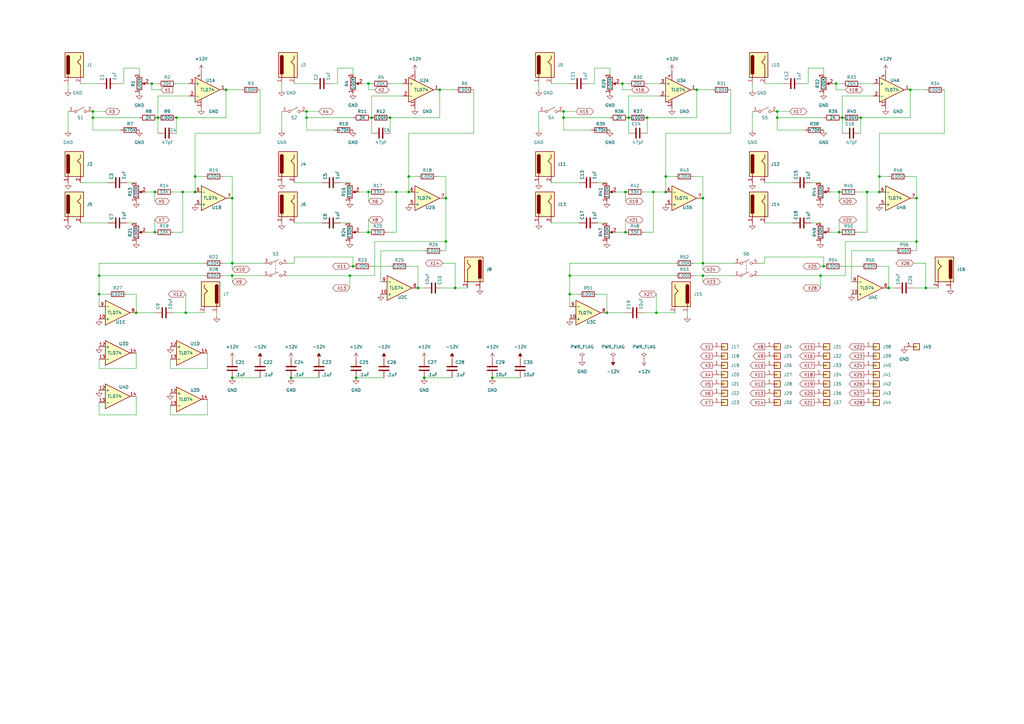
<source format=kicad_sch>
(kicad_sch (version 20211123) (generator eeschema)
  (paper "A3")
  (junction (at 355.6 78.74))
  (junction (at 95.25 81.28))
  (junction (at 360.68 78.74))
  (junction (at 345.44 48.26))
  (junction (at 344.17 78.74))
  (junction (at 288.29 107.95))
  (junction (at 63.5 78.74))
  (junction (at 231.14 48.26))
  (junction (at 119.38 154.94))
  (junction (at 162.56 78.74))
  (junction (at 288.29 113.03))
  (junction (at 353.06 48.26))
  (junction (at 336.55 113.03))
  (junction (at 143.51 113.03))
  (junction (at 80.01 72.39))
  (junction (at 152.4 48.26))
  (junction (at 72.39 48.26))
  (junction (at 95.25 154.94))
  (junction (at 180.34 36.83))
  (junction (at 146.05 154.94))
  (junction (at 342.9 34.29))
  (junction (at 255.27 34.29))
  (junction (at 375.92 81.28))
  (junction (at 74.93 78.74))
  (junction (at 364.49 118.11))
  (junction (at 40.64 113.03))
  (junction (at 167.64 78.74))
  (junction (at 360.68 72.39))
  (junction (at 337.82 109.22))
  (junction (at 182.88 81.28))
  (junction (at 318.77 45.72))
  (junction (at 92.71 36.83))
  (junction (at 38.1 45.72))
  (junction (at 151.13 95.25))
  (junction (at 64.77 48.26))
  (junction (at 201.93 154.94))
  (junction (at 344.17 95.25))
  (junction (at 231.14 45.72))
  (junction (at 233.68 120.65))
  (junction (at 257.81 48.26))
  (junction (at 151.13 78.74))
  (junction (at 125.73 48.26))
  (junction (at 173.99 154.94))
  (junction (at 38.1 48.26))
  (junction (at 151.13 34.29))
  (junction (at 267.97 78.74))
  (junction (at 62.23 34.29))
  (junction (at 269.24 128.27))
  (junction (at 63.5 95.25))
  (junction (at 373.38 36.83))
  (junction (at 379.73 118.11))
  (junction (at 167.64 72.39))
  (junction (at 256.54 78.74))
  (junction (at 160.02 48.26))
  (junction (at 182.88 99.06))
  (junction (at 265.43 48.26))
  (junction (at 125.73 45.72))
  (junction (at 248.92 128.27))
  (junction (at 273.05 72.39))
  (junction (at 233.68 113.03))
  (junction (at 144.78 109.22))
  (junction (at 171.45 118.11))
  (junction (at 285.75 36.83))
  (junction (at 95.25 113.03))
  (junction (at 273.05 78.74))
  (junction (at 256.54 95.25))
  (junction (at 40.64 120.65))
  (junction (at 95.25 107.95))
  (junction (at 55.88 128.27))
  (junction (at 318.77 48.26))
  (junction (at 288.29 81.28))
  (junction (at 80.01 78.74))
  (junction (at 76.2 128.27))
  (junction (at 186.69 118.11))
  (junction (at 375.92 99.06))
  (wire (pts (xy 336.55 113.03) (xy 346.71 113.03)))
  (wire (pts (xy 64.77 48.26) (xy 64.77 54.61)))
  (wire (pts (xy 69.85 147.32) (xy 69.85 151.13)))
  (wire (pts (xy 59.69 78.74) (xy 63.5 78.74)))
  (wire (pts (xy 355.6 78.74) (xy 351.79 78.74)))
  (wire (pts (xy 95.25 107.95) (xy 107.95 107.95)))
  (wire (pts (xy 91.44 107.95) (xy 95.25 107.95)))
  (wire (pts (xy 158.75 95.25) (xy 162.56 95.25)))
  (wire (pts (xy 288.29 72.39) (xy 288.29 81.28)))
  (wire (pts (xy 182.88 99.06) (xy 182.88 102.87)))
  (wire (pts (xy 342.9 34.29) (xy 345.44 34.29)))
  (wire (pts (xy 375.92 99.06) (xy 375.92 102.87)))
  (wire (pts (xy 48.26 34.29) (xy 50.8 34.29)))
  (wire (pts (xy 162.56 78.74) (xy 167.64 78.74)))
  (wire (pts (xy 151.13 90.17) (xy 151.13 95.25)))
  (wire (pts (xy 255.27 36.83) (xy 255.27 34.29)))
  (wire (pts (xy 52.07 91.44) (xy 55.88 91.44)))
  (wire (pts (xy 276.86 113.03) (xy 233.68 113.03)))
  (wire (pts (xy 74.93 78.74) (xy 71.12 78.74)))
  (wire (pts (xy 148.59 34.29) (xy 151.13 34.29)))
  (wire (pts (xy 254 34.29) (xy 255.27 34.29)))
  (wire (pts (xy 59.69 95.25) (xy 63.5 95.25)))
  (wire (pts (xy 375.92 102.87) (xy 374.65 102.87)))
  (wire (pts (xy 143.51 113.03) (xy 153.67 113.03)))
  (wire (pts (xy 33.02 74.93) (xy 44.45 74.93)))
  (wire (pts (xy 55.88 128.27) (xy 63.5 128.27)))
  (wire (pts (xy 256.54 90.17) (xy 256.54 95.25)))
  (wire (pts (xy 299.72 36.83) (xy 299.72 54.61)))
  (wire (pts (xy 160.02 48.26) (xy 160.02 54.61)))
  (wire (pts (xy 80.01 78.74) (xy 80.01 72.39)))
  (wire (pts (xy 40.64 107.95) (xy 83.82 107.95)))
  (wire (pts (xy 85.09 151.13) (xy 85.09 144.78)))
  (wire (pts (xy 167.64 78.74) (xy 167.64 72.39)))
  (wire (pts (xy 264.16 95.25) (xy 267.97 95.25)))
  (wire (pts (xy 151.13 34.29) (xy 151.13 36.83)))
  (wire (pts (xy 288.29 113.03) (xy 288.29 115.57)))
  (wire (pts (xy 167.64 54.61) (xy 167.64 72.39)))
  (wire (pts (xy 50.8 27.94) (xy 57.15 27.94)))
  (wire (pts (xy 40.64 113.03) (xy 40.64 107.95)))
  (wire (pts (xy 173.99 154.94) (xy 185.42 154.94)))
  (wire (pts (xy 285.75 36.83) (xy 285.75 48.26)))
  (wire (pts (xy 355.6 95.25) (xy 355.6 78.74)))
  (wire (pts (xy 38.1 45.72) (xy 38.1 48.26)))
  (wire (pts (xy 171.45 118.11) (xy 171.45 109.22)))
  (wire (pts (xy 95.25 113.03) (xy 95.25 115.57)))
  (wire (pts (xy 120.65 107.95) (xy 120.65 105.41)))
  (wire (pts (xy 243.84 34.29) (xy 243.84 27.94)))
  (wire (pts (xy 63.5 78.74) (xy 63.5 82.55)))
  (wire (pts (xy 267.97 95.25) (xy 267.97 78.74)))
  (wire (pts (xy 106.68 36.83) (xy 106.68 54.61)))
  (wire (pts (xy 95.25 113.03) (xy 107.95 113.03)))
  (wire (pts (xy 182.88 72.39) (xy 182.88 81.28)))
  (wire (pts (xy 267.97 78.74) (xy 273.05 78.74)))
  (wire (pts (xy 95.25 72.39) (xy 95.25 81.28)))
  (wire (pts (xy 241.3 34.29) (xy 243.84 34.29)))
  (wire (pts (xy 226.06 34.29) (xy 233.68 34.29)))
  (wire (pts (xy 151.13 34.29) (xy 152.4 34.29)))
  (wire (pts (xy 52.07 120.65) (xy 55.88 120.65)))
  (wire (pts (xy 345.44 39.37) (xy 358.14 39.37)))
  (wire (pts (xy 76.2 128.27) (xy 83.82 128.27)))
  (wire (pts (xy 153.67 36.83) (xy 151.13 36.83)))
  (wire (pts (xy 265.43 34.29) (xy 270.51 34.29)))
  (wire (pts (xy 387.35 36.83) (xy 387.35 54.61)))
  (wire (pts (xy 337.82 105.41) (xy 337.82 109.22)))
  (wire (pts (xy 162.56 78.74) (xy 158.75 78.74)))
  (wire (pts (xy 167.64 72.39) (xy 171.45 72.39)))
  (wire (pts (xy 40.64 113.03) (xy 40.64 120.65)))
  (wire (pts (xy 252.73 78.74) (xy 256.54 78.74)))
  (wire (pts (xy 40.64 125.73) (xy 40.64 120.65)))
  (wire (pts (xy 245.11 120.65) (xy 248.92 120.65)))
  (wire (pts (xy 374.65 118.11) (xy 379.73 118.11)))
  (wire (pts (xy 152.4 39.37) (xy 165.1 39.37)))
  (wire (pts (xy 269.24 120.65) (xy 269.24 128.27)))
  (wire (pts (xy 313.69 34.29) (xy 321.31 34.29)))
  (wire (pts (xy 273.05 78.74) (xy 273.05 72.39)))
  (wire (pts (xy 64.77 39.37) (xy 77.47 39.37)))
  (wire (pts (xy 120.65 74.93) (xy 132.08 74.93)))
  (wire (pts (xy 373.38 36.83) (xy 373.38 48.26)))
  (wire (pts (xy 375.92 81.28) (xy 375.92 99.06)))
  (wire (pts (xy 180.34 36.83) (xy 186.69 36.83)))
  (wire (pts (xy 38.1 45.72) (xy 43.18 45.72)))
  (wire (pts (xy 353.06 48.26) (xy 353.06 54.61)))
  (wire (pts (xy 125.73 53.34) (xy 125.73 48.26)))
  (wire (pts (xy 375.92 72.39) (xy 375.92 81.28)))
  (wire (pts (xy 120.65 34.29) (xy 128.27 34.29)))
  (wire (pts (xy 152.4 48.26) (xy 152.4 39.37)))
  (wire (pts (xy 137.16 53.34) (xy 125.73 53.34)))
  (wire (pts (xy 284.48 107.95) (xy 288.29 107.95)))
  (wire (pts (xy 57.15 27.94) (xy 57.15 30.48)))
  (wire (pts (xy 62.23 34.29) (xy 64.77 34.29)))
  (wire (pts (xy 143.51 109.22) (xy 144.78 109.22)))
  (wire (pts (xy 248.92 120.65) (xy 248.92 128.27)))
  (wire (pts (xy 257.81 48.26) (xy 257.81 39.37)))
  (wire (pts (xy 74.93 95.25) (xy 74.93 78.74)))
  (wire (pts (xy 40.64 120.65) (xy 44.45 120.65)))
  (wire (pts (xy 179.07 72.39) (xy 182.88 72.39)))
  (wire (pts (xy 119.38 154.94) (xy 130.81 154.94)))
  (wire (pts (xy 256.54 78.74) (xy 256.54 82.55)))
  (wire (pts (xy 40.64 151.13) (xy 55.88 151.13)))
  (wire (pts (xy 349.25 115.57) (xy 349.25 102.87)))
  (wire (pts (xy 153.67 113.03) (xy 153.67 99.06)))
  (wire (pts (xy 360.68 78.74) (xy 360.68 72.39)))
  (wire (pts (xy 351.79 95.25) (xy 355.6 95.25)))
  (wire (pts (xy 299.72 54.61) (xy 273.05 54.61)))
  (wire (pts (xy 379.73 107.95) (xy 379.73 118.11)))
  (wire (pts (xy 66.04 36.83) (xy 62.23 36.83)))
  (wire (pts (xy 313.69 105.41) (xy 337.82 105.41)))
  (wire (pts (xy 311.15 107.95) (xy 313.69 107.95)))
  (wire (pts (xy 285.75 48.26) (xy 265.43 48.26)))
  (wire (pts (xy 92.71 36.83) (xy 99.06 36.83)))
  (wire (pts (xy 231.14 53.34) (xy 231.14 48.26)))
  (wire (pts (xy 27.94 34.29) (xy 27.94 36.83)))
  (wire (pts (xy 387.35 54.61) (xy 360.68 54.61)))
  (wire (pts (xy 186.69 118.11) (xy 191.77 118.11)))
  (wire (pts (xy 92.71 36.83) (xy 92.71 48.26)))
  (wire (pts (xy 151.13 78.74) (xy 151.13 82.55)))
  (wire (pts (xy 118.11 107.95) (xy 120.65 107.95)))
  (wire (pts (xy 152.4 109.22) (xy 160.02 109.22)))
  (wire (pts (xy 269.24 128.27) (xy 276.86 128.27)))
  (wire (pts (xy 91.44 72.39) (xy 95.25 72.39)))
  (wire (pts (xy 245.11 91.44) (xy 248.92 91.44)))
  (wire (pts (xy 346.71 36.83) (xy 342.9 36.83)))
  (wire (pts (xy 62.23 34.29) (xy 62.23 36.83)))
  (wire (pts (xy 55.88 120.65) (xy 55.88 128.27)))
  (wire (pts (xy 285.75 36.83) (xy 292.1 36.83)))
  (wire (pts (xy 88.9 128.27) (xy 88.9 129.54)))
  (wire (pts (xy 74.93 78.74) (xy 80.01 78.74)))
  (wire (pts (xy 226.06 91.44) (xy 237.49 91.44)))
  (wire (pts (xy 344.17 78.74) (xy 344.17 82.55)))
  (wire (pts (xy 83.82 113.03) (xy 40.64 113.03)))
  (wire (pts (xy 336.55 109.22) (xy 337.82 109.22)))
  (wire (pts (xy 231.14 45.72) (xy 236.22 45.72)))
  (wire (pts (xy 153.67 99.06) (xy 182.88 99.06)))
  (wire (pts (xy 273.05 54.61) (xy 273.05 72.39)))
  (wire (pts (xy 60.96 34.29) (xy 62.23 34.29)))
  (wire (pts (xy 85.09 170.18) (xy 85.09 163.83)))
  (wire (pts (xy 139.7 74.93) (xy 143.51 74.93)))
  (wire (pts (xy 182.88 102.87) (xy 181.61 102.87)))
  (wire (pts (xy 72.39 34.29) (xy 77.47 34.29)))
  (wire (pts (xy 364.49 118.11) (xy 367.03 118.11)))
  (wire (pts (xy 313.69 107.95) (xy 313.69 105.41)))
  (wire (pts (xy 379.73 118.11) (xy 384.81 118.11)))
  (wire (pts (xy 231.14 48.26) (xy 250.19 48.26)))
  (wire (pts (xy 182.88 81.28) (xy 182.88 99.06)))
  (wire (pts (xy 353.06 34.29) (xy 358.14 34.29)))
  (wire (pts (xy 233.68 107.95) (xy 276.86 107.95)))
  (wire (pts (xy 171.45 118.11) (xy 173.99 118.11)))
  (wire (pts (xy 40.64 165.1) (xy 40.64 170.18)))
  (wire (pts (xy 40.64 147.32) (xy 40.64 151.13)))
  (wire (pts (xy 72.39 48.26) (xy 72.39 54.61)))
  (wire (pts (xy 69.85 151.13) (xy 85.09 151.13)))
  (wire (pts (xy 63.5 90.17) (xy 63.5 95.25)))
  (wire (pts (xy 80.01 72.39) (xy 83.82 72.39)))
  (wire (pts (xy 156.21 102.87) (xy 173.99 102.87)))
  (wire (pts (xy 248.92 128.27) (xy 256.54 128.27)))
  (wire (pts (xy 346.71 99.06) (xy 375.92 99.06)))
  (wire (pts (xy 281.94 128.27) (xy 281.94 129.54)))
  (wire (pts (xy 125.73 45.72) (xy 125.73 48.26)))
  (wire (pts (xy 345.44 48.26) (xy 345.44 39.37)))
  (wire (pts (xy 55.88 151.13) (xy 55.88 144.78)))
  (wire (pts (xy 233.68 125.73) (xy 233.68 120.65)))
  (wire (pts (xy 318.77 45.72) (xy 318.77 48.26)))
  (wire (pts (xy 284.48 113.03) (xy 288.29 113.03)))
  (wire (pts (xy 220.98 34.29) (xy 220.98 36.83)))
  (wire (pts (xy 55.88 170.18) (xy 55.88 162.56)))
  (wire (pts (xy 147.32 95.25) (xy 151.13 95.25)))
  (wire (pts (xy 162.56 95.25) (xy 162.56 78.74)))
  (wire (pts (xy 152.4 48.26) (xy 152.4 54.61)))
  (wire (pts (xy 231.14 45.72) (xy 231.14 48.26)))
  (wire (pts (xy 257.81 48.26) (xy 257.81 54.61)))
  (wire (pts (xy 201.93 154.94) (xy 213.36 154.94)))
  (wire (pts (xy 120.65 91.44) (xy 132.08 91.44)))
  (wire (pts (xy 50.8 34.29) (xy 50.8 27.94)))
  (wire (pts (xy 115.57 45.72) (xy 115.57 53.34)))
  (wire (pts (xy 340.36 78.74) (xy 344.17 78.74)))
  (wire (pts (xy 92.71 48.26) (xy 72.39 48.26)))
  (wire (pts (xy 360.68 72.39) (xy 364.49 72.39)))
  (wire (pts (xy 115.57 34.29) (xy 115.57 36.83)))
  (wire (pts (xy 355.6 78.74) (xy 360.68 78.74)))
  (wire (pts (xy 95.25 107.95) (xy 95.25 110.49)))
  (wire (pts (xy 226.06 74.93) (xy 237.49 74.93)))
  (wire (pts (xy 255.27 34.29) (xy 257.81 34.29)))
  (wire (pts (xy 265.43 48.26) (xy 265.43 54.61)))
  (wire (pts (xy 147.32 78.74) (xy 151.13 78.74)))
  (wire (pts (xy 233.68 113.03) (xy 233.68 120.65)))
  (wire (pts (xy 139.7 91.44) (xy 143.51 91.44)))
  (wire (pts (xy 336.55 118.11) (xy 336.55 113.03)))
  (wire (pts (xy 180.34 48.26) (xy 160.02 48.26)))
  (wire (pts (xy 38.1 53.34) (xy 38.1 48.26)))
  (wire (pts (xy 360.68 54.61) (xy 360.68 72.39)))
  (wire (pts (xy 69.85 166.37) (xy 69.85 170.18)))
  (wire (pts (xy 318.77 48.26) (xy 337.82 48.26)))
  (wire (pts (xy 144.78 105.41) (xy 144.78 109.22)))
  (wire (pts (xy 318.77 53.34) (xy 318.77 48.26)))
  (wire (pts (xy 40.64 170.18) (xy 55.88 170.18)))
  (wire (pts (xy 38.1 48.26) (xy 57.15 48.26)))
  (wire (pts (xy 71.12 128.27) (xy 76.2 128.27)))
  (wire (pts (xy 308.61 34.29) (xy 308.61 36.83)))
  (wire (pts (xy 194.31 54.61) (xy 167.64 54.61)))
  (wire (pts (xy 220.98 45.72) (xy 220.98 53.34)))
  (wire (pts (xy 273.05 72.39) (xy 276.86 72.39)))
  (wire (pts (xy 233.68 120.65) (xy 237.49 120.65)))
  (wire (pts (xy 337.82 27.94) (xy 337.82 30.48)))
  (wire (pts (xy 91.44 113.03) (xy 95.25 113.03)))
  (wire (pts (xy 95.25 154.94) (xy 106.68 154.94)))
  (wire (pts (xy 33.02 91.44) (xy 44.45 91.44)))
  (wire (pts (xy 267.97 78.74) (xy 264.16 78.74)))
  (wire (pts (xy 138.43 27.94) (xy 144.78 27.94)))
  (wire (pts (xy 138.43 34.29) (xy 138.43 27.94)))
  (wire (pts (xy 288.29 107.95) (xy 288.29 110.49)))
  (wire (pts (xy 250.19 27.94) (xy 250.19 30.48)))
  (wire (pts (xy 349.25 102.87) (xy 367.03 102.87)))
  (wire (pts (xy 344.17 90.17) (xy 344.17 95.25)))
  (wire (pts (xy 233.68 113.03) (xy 233.68 107.95)))
  (wire (pts (xy 308.61 45.72) (xy 308.61 53.34)))
  (wire (pts (xy 160.02 34.29) (xy 165.1 34.29)))
  (wire (pts (xy 156.21 115.57) (xy 156.21 102.87)))
  (wire (pts (xy 27.94 45.72) (xy 27.94 53.34)))
  (wire (pts (xy 345.44 109.22) (xy 353.06 109.22)))
  (wire (pts (xy 330.2 53.34) (xy 318.77 53.34)))
  (wire (pts (xy 52.07 74.93) (xy 55.88 74.93)))
  (wire (pts (xy 288.29 113.03) (xy 300.99 113.03)))
  (wire (pts (xy 95.25 81.28) (xy 95.25 107.95)))
  (wire (pts (xy 264.16 128.27) (xy 269.24 128.27)))
  (wire (pts (xy 242.57 53.34) (xy 231.14 53.34)))
  (wire (pts (xy 135.89 34.29) (xy 138.43 34.29)))
  (wire (pts (xy 125.73 45.72) (xy 130.81 45.72)))
  (wire (pts (xy 373.38 48.26) (xy 353.06 48.26)))
  (wire (pts (xy 171.45 109.22) (xy 167.64 109.22)))
  (wire (pts (xy 331.47 34.29) (xy 331.47 27.94)))
  (wire (pts (xy 288.29 81.28) (xy 288.29 107.95)))
  (wire (pts (xy 332.74 74.93) (xy 336.55 74.93)))
  (wire (pts (xy 144.78 27.94) (xy 144.78 30.48)))
  (wire (pts (xy 118.11 113.03) (xy 143.51 113.03)))
  (wire (pts (xy 340.36 95.25) (xy 344.17 95.25)))
  (wire (pts (xy 374.65 107.95) (xy 379.73 107.95)))
  (wire (pts (xy 342.9 36.83) (xy 342.9 34.29)))
  (wire (pts (xy 252.73 95.25) (xy 256.54 95.25)))
  (wire (pts (xy 284.48 72.39) (xy 288.29 72.39)))
  (wire (pts (xy 194.31 36.83) (xy 194.31 54.61)))
  (wire (pts (xy 243.84 27.94) (xy 250.19 27.94)))
  (wire (pts (xy 364.49 118.11) (xy 364.49 109.22)))
  (wire (pts (xy 341.63 34.29) (xy 342.9 34.29)))
  (wire (pts (xy 372.11 72.39) (xy 375.92 72.39)))
  (wire (pts (xy 80.01 54.61) (xy 80.01 72.39)))
  (wire (pts (xy 76.2 120.65) (xy 76.2 128.27)))
  (wire (pts (xy 259.08 36.83) (xy 255.27 36.83)))
  (wire (pts (xy 120.65 105.41) (xy 144.78 105.41)))
  (wire (pts (xy 49.53 53.34) (xy 38.1 53.34)))
  (wire (pts (xy 313.69 91.44) (xy 325.12 91.44)))
  (wire (pts (xy 311.15 113.03) (xy 336.55 113.03)))
  (wire (pts (xy 364.49 109.22) (xy 360.68 109.22)))
  (wire (pts (xy 288.29 107.95) (xy 300.99 107.95)))
  (wire (pts (xy 125.73 48.26) (xy 144.78 48.26)))
  (wire (pts (xy 346.71 113.03) (xy 346.71 99.06)))
  (wire (pts (xy 328.93 34.29) (xy 331.47 34.29)))
  (wire (pts (xy 71.12 95.25) (xy 74.93 95.25)))
  (wire (pts (xy 106.68 54.61) (xy 80.01 54.61)))
  (wire (pts (xy 345.44 48.26) (xy 345.44 54.61)))
  (wire (pts (xy 69.85 170.18) (xy 85.09 170.18)))
  (wire (pts (xy 373.38 36.83) (xy 379.73 36.83)))
  (wire (pts (xy 180.34 36.83) (xy 180.34 48.26)))
  (wire (pts (xy 143.51 118.11) (xy 143.51 113.03)))
  (wire (pts (xy 181.61 118.11) (xy 186.69 118.11)))
  (wire (pts (xy 64.77 48.26) (xy 64.77 39.37)))
  (wire (pts (xy 245.11 74.93) (xy 248.92 74.93)))
  (wire (pts (xy 318.77 45.72) (xy 323.85 45.72)))
  (wire (pts (xy 33.02 34.29) (xy 40.64 34.29)))
  (wire (pts (xy 331.47 27.94) (xy 337.82 27.94)))
  (wire (pts (xy 181.61 107.95) (xy 186.69 107.95)))
  (wire (pts (xy 186.69 107.95) (xy 186.69 118.11)))
  (wire (pts (xy 332.74 91.44) (xy 336.55 91.44)))
  (wire (pts (xy 257.81 39.37) (xy 270.51 39.37)))
  (wire (pts (xy 146.05 154.94) (xy 157.48 154.94)))
  (wire (pts (xy 313.69 74.93) (xy 325.12 74.93)))
  (global_label "X27" (shape bidirectional) (at 269.24 120.65 180) (property "Intersheet References" "${INTERSHEET_REFS}" (effects hide)))
  (global_label "X19" (shape bidirectional) (at 256.54 82.55 0) (property "Intersheet References" "${INTERSHEET_REFS}" (effects hide)))
  (global_label "X10" (shape bidirectional) (at 95.25 110.49 0) (property "Intersheet References" "${INTERSHEET_REFS}" (effects hide)))
  (global_label "X26" (shape output) (at 354.33 157.48 180) (property "Intersheet References" "${INTERSHEET_REFS}" (effects hide)))
  (global_label "X11" (shape output) (at 313.69 153.67 180) (property "Intersheet References" "${INTERSHEET_REFS}" (effects hide)))
  (global_label "X25" (shape bidirectional) (at 336.55 109.22 180) (property "Intersheet References" "${INTERSHEET_REFS}" (effects hide)))
  (global_label "X17" (shape bidirectional) (at 323.85 45.72 0) (property "Intersheet References" "${INTERSHEET_REFS}" (effects hide)))
  (global_label "X13" (shape bidirectional) (at 143.51 118.11 180) (property "Intersheet References" "${INTERSHEET_REFS}" (effects hide)))
  (global_label "X4" (shape bidirectional) (at 130.81 45.72 0) (property "Intersheet References" "${INTERSHEET_REFS}" (effects hide)))
  (global_label "X5" (shape bidirectional) (at 63.5 82.55 0) (property "Intersheet References" "${INTERSHEET_REFS}" (effects hide)))
  (global_label "X15" (shape output) (at 334.01 142.24 180) (property "Intersheet References" "${INTERSHEET_REFS}" (effects hide)))
  (global_label "X3" (shape bidirectional) (at 43.18 45.72 0) (property "Intersheet References" "${INTERSHEET_REFS}" (effects hide)))
  (global_label "X16" (shape output) (at 334.01 146.05 180) (property "Intersheet References" "${INTERSHEET_REFS}" (effects hide)))
  (global_label "X3" (shape output) (at 292.1 149.86 180) (property "Intersheet References" "${INTERSHEET_REFS}" (effects hide)))
  (global_label "X10" (shape output) (at 313.69 149.86 180) (property "Intersheet References" "${INTERSHEET_REFS}" (effects hide)))
  (global_label "X2" (shape bidirectional) (at 153.67 36.83 0) (property "Intersheet References" "${INTERSHEET_REFS}" (effects hide)))
  (global_label "X6" (shape output) (at 292.1 161.29 180) (property "Intersheet References" "${INTERSHEET_REFS}" (effects hide)))
  (global_label "X5" (shape output) (at 292.1 157.48 180) (property "Intersheet References" "${INTERSHEET_REFS}" (effects hide)))
  (global_label "X26" (shape bidirectional) (at 374.65 107.95 180) (property "Intersheet References" "${INTERSHEET_REFS}" (effects hide)))
  (global_label "X28" (shape bidirectional) (at 336.55 118.11 180) (property "Intersheet References" "${INTERSHEET_REFS}" (effects hide)))
  (global_label "X18" (shape bidirectional) (at 346.71 36.83 0) (property "Intersheet References" "${INTERSHEET_REFS}" (effects hide)))
  (global_label "X11" (shape bidirectional) (at 143.51 109.22 180) (property "Intersheet References" "${INTERSHEET_REFS}" (effects hide)))
  (global_label "X21" (shape output) (at 334.01 165.1 180) (property "Intersheet References" "${INTERSHEET_REFS}" (effects hide)))
  (global_label "X23" (shape bidirectional) (at 288.29 115.57 0) (property "Intersheet References" "${INTERSHEET_REFS}" (effects hide)))
  (global_label "X9" (shape output) (at 313.69 146.05 180) (property "Intersheet References" "${INTERSHEET_REFS}" (effects hide)))
  (global_label "X22" (shape output) (at 354.33 142.24 180) (property "Intersheet References" "${INTERSHEET_REFS}" (effects hide)))
  (global_label "X27" (shape output) (at 354.33 161.29 180) (property "Intersheet References" "${INTERSHEET_REFS}" (effects hide)))
  (global_label "X9" (shape bidirectional) (at 95.25 115.57 0) (property "Intersheet References" "${INTERSHEET_REFS}" (effects hide)))
  (global_label "X21" (shape bidirectional) (at 256.54 90.17 0) (property "Intersheet References" "${INTERSHEET_REFS}" (effects hide)))
  (global_label "X17" (shape output) (at 334.01 149.86 180) (property "Intersheet References" "${INTERSHEET_REFS}" (effects hide)))
  (global_label "X28" (shape output) (at 354.33 165.1 180) (property "Intersheet References" "${INTERSHEET_REFS}" (effects hide)))
  (global_label "X19" (shape output) (at 334.01 157.48 180) (property "Intersheet References" "${INTERSHEET_REFS}" (effects hide)))
  (global_label "X12" (shape bidirectional) (at 76.2 120.65 180) (property "Intersheet References" "${INTERSHEET_REFS}" (effects hide)))
  (global_label "X1" (shape input) (at 66.04 36.83 0) (property "Intersheet References" "${INTERSHEET_REFS}" (effects hide)))
  (global_label "X24" (shape bidirectional) (at 288.29 110.49 0) (property "Intersheet References" "${INTERSHEET_REFS}" (effects hide)))
  (global_label "X22" (shape bidirectional) (at 344.17 90.17 0) (property "Intersheet References" "${INTERSHEET_REFS}" (effects hide)))
  (global_label "X4" (shape output) (at 292.1 153.67 180) (property "Intersheet References" "${INTERSHEET_REFS}" (effects hide)))
  (global_label "X7" (shape bidirectional) (at 63.5 90.17 0) (property "Intersheet References" "${INTERSHEET_REFS}" (effects hide)))
  (global_label "X24" (shape output) (at 354.33 149.86 180) (property "Intersheet References" "${INTERSHEET_REFS}" (effects hide)))
  (global_label "X23" (shape output) (at 354.33 146.05 180) (property "Intersheet References" "${INTERSHEET_REFS}" (effects hide)))
  (global_label "X8" (shape output) (at 313.69 142.24 180) (property "Intersheet References" "${INTERSHEET_REFS}" (effects hide)))
  (global_label "X2" (shape output) (at 292.1 146.05 180) (property "Intersheet References" "${INTERSHEET_REFS}" (effects hide)))
  (global_label "X18" (shape output) (at 334.01 153.67 180) (property "Intersheet References" "${INTERSHEET_REFS}" (effects hide)))
  (global_label "X6" (shape bidirectional) (at 151.13 82.55 0) (property "Intersheet References" "${INTERSHEET_REFS}" (effects hide)))
  (global_label "X1" (shape output) (at 292.1 142.24 180) (property "Intersheet References" "${INTERSHEET_REFS}" (effects hide)))
  (global_label "X20" (shape output) (at 334.01 161.29 180) (property "Intersheet References" "${INTERSHEET_REFS}" (effects hide)))
  (global_label "X7" (shape output) (at 292.1 165.1 180) (property "Intersheet References" "${INTERSHEET_REFS}" (effects hide)))
  (global_label "X13" (shape output) (at 313.69 161.29 180) (property "Intersheet References" "${INTERSHEET_REFS}" (effects hide)))
  (global_label "X15" (shape bidirectional) (at 236.22 45.72 0) (property "Intersheet References" "${INTERSHEET_REFS}" (effects hide)))
  (global_label "X16" (shape bidirectional) (at 259.08 36.83 0) (property "Intersheet References" "${INTERSHEET_REFS}" (effects hide)))
  (global_label "X8" (shape bidirectional) (at 151.13 90.17 0) (property "Intersheet References" "${INTERSHEET_REFS}" (effects hide)))
  (global_label "X14" (shape bidirectional) (at 181.61 107.95 180) (property "Intersheet References" "${INTERSHEET_REFS}" (effects hide)))
  (global_label "X12" (shape output) (at 313.69 157.48 180) (property "Intersheet References" "${INTERSHEET_REFS}" (effects hide)))
  (global_label "X25" (shape output) (at 354.33 153.67 180) (property "Intersheet References" "${INTERSHEET_REFS}" (effects hide)))
  (global_label "X20" (shape bidirectional) (at 344.17 82.55 0) (property "Intersheet References" "${INTERSHEET_REFS}" (effects hide)))
  (global_label "X14" (shape output) (at 313.69 165.1 180) (property "Intersheet References" "${INTERSHEET_REFS}" (effects hide)))
  (symbol (lib_id "power:GND") (at 363.22 44.45 0) (unit 1)
    (property "Reference" "#PWR0144" (effects hide))
    (property "Value" "GND" (at 368.3 45.72 0))
  )
  (symbol (lib_id "Device:R") (at 190.5 36.83 90) (unit 1)
    (property "Reference" "R6" (at 190.5 34.29 90))
    (property "Value" "100K" (at 190.5 36.83 90))
  )
  (symbol (lib_id "power:GND") (at 275.59 44.45 0) (unit 1)
    (property "Reference" "#PWR0138" (effects hide))
    (property "Value" "GND" (at 280.67 45.72 0))
  )
  (symbol (lib_id "Amplifier_Operational:TL074") (at 365.76 36.83 0) (unit 1)
    (property "Reference" "U4" (at 367.03 33.02 0))
    (property "Value" "TL074" (at 365.76 36.83 0))
    (property "Datasheet" "http://www.ti.com/lit/ds/symlink/tl071.pdf" (effects hide))
  )
  (symbol (lib_id "power:+12V") (at 170.18 29.21 0) (unit 1)
    (property "Reference" "#PWR0122" (effects hide))
    (property "Value" "+12V" (at 170.18 24.13 0))
  )
  (symbol (lib_id "Device:R") (at 156.21 34.29 90) (unit 1)
    (property "Reference" "R5" (at 156.21 31.75 90))
    (property "Value" "20K" (at 156.21 34.29 90))
  )
  (symbol (lib_id "Device:C") (at 67.31 128.27 90) (unit 1)
    (property "Reference" "C9" (at 64.77 127 0) (effects (justify left)))
    (property "Value" "10uF" (at 69.85 127 0) (effects (justify left)))
  )
  (symbol (lib_id "Amplifier_Operational:TL074") (at 85.09 36.83 0) (unit 1)
    (property "Reference" "U1" (at 86.36 33.02 0))
    (property "Value" "TL074" (at 85.09 36.83 0))
    (property "Datasheet" "http://www.ti.com/lit/ds/symlink/tl071.pdf" (effects hide))
  )
  (symbol (lib_id "power:PWR_FLAG") (at 264.16 147.32 0) (unit 1)
    (property "Reference" "#FLG0103" (effects hide))
    (property "Value" "PWR_FLAG" (at 264.16 142.24 0))
  )
  (symbol (lib_id "Connector_Generic:Conn_01x01") (at 359.41 149.86 0) (unit 1)
    (property "Reference" "J40" (at 361.95 149.8599 0) (effects (justify left)))
    (property "Value" "Conn_01x01" (effects hide))
  )
  (symbol (lib_id "Connector:Jack-DC") (at 311.15 83.82 90) (mirror x) (unit 1) (on_board no)
    (property "Reference" "J14" (at 316.23 83.8199 90) (effects (justify right)))
    (property "Value" "Jack-DC" (effects hide))
  )
  (symbol (lib_id "Device:R") (at 48.26 120.65 90) (unit 1)
    (property "Reference" "R27" (at 48.26 118.11 90))
    (property "Value" "100K" (at 48.26 120.65 90))
  )
  (symbol (lib_id "Switch:SW_SPST") (at 226.06 45.72 0) (unit 1) (on_board no)
    (property "Reference" "S4" (at 226.06 48.26 0))
    (property "Value" "SW_SPST" (effects hide))
  )
  (symbol (lib_id "power:GND") (at 115.57 74.93 0) (unit 1)
    (property "Reference" "#PWR0119" (effects hide))
    (property "Value" "GND" (effects hide))
  )
  (symbol (lib_id "Device:R") (at 53.34 53.34 90) (unit 1)
    (property "Reference" "R7" (at 53.34 50.8 90))
    (property "Value" "470K" (at 53.34 53.34 90))
  )
  (symbol (lib_id "Connector_Generic:Conn_01x01") (at 318.77 161.29 0) (unit 1)
    (property "Reference" "J29" (at 321.31 161.2899 0) (effects (justify left)))
    (property "Value" "Conn_01x01" (effects hide))
  )
  (symbol (lib_id "Connector_Generic:Conn_01x01") (at 375.92 142.24 0) (unit 1)
    (property "Reference" "J45" (at 378.46 142.2399 0) (effects (justify left)))
    (property "Value" "Conn_01x01" (effects hide))
  )
  (symbol (lib_id "power:GND") (at 143.51 99.06 0) (unit 1)
    (property "Reference" "#PWR0116" (effects hide))
    (property "Value" "GND" (effects hide))
  )
  (symbol (lib_id "Connector:Jack-DC") (at 118.11 83.82 90) (mirror x) (unit 1) (on_board no)
    (property "Reference" "J6" (at 123.19 83.8199 90) (effects (justify right)))
    (property "Value" "Jack-DC" (effects hide))
  )
  (symbol (lib_id "power:GND") (at 57.15 38.1 0) (unit 1)
    (property "Reference" "#PWR0110" (effects hide))
    (property "Value" "GND" (at 57.15 43.18 0))
  )
  (symbol (lib_id "Connector:Jack-DC") (at 86.36 120.65 270) (unit 1) (on_board no)
    (property "Reference" "J7" (at 91.44 120.6499 90) (effects (justify left)))
    (property "Value" "Jack-DC" (effects hide))
  )
  (symbol (lib_id "Connector_Generic:Conn_01x01") (at 339.09 161.29 0) (unit 1)
    (property "Reference" "J36" (at 341.63 161.2899 0) (effects (justify left)))
    (property "Value" "Conn_01x01" (effects hide))
  )
  (symbol (lib_id "power:GND") (at 349.25 120.65 0) (unit 1)
    (property "Reference" "#PWR0145" (effects hide))
    (property "Value" "GND" (effects hide))
  )
  (symbol (lib_id "power:GND") (at 88.9 129.54 0) (unit 1)
    (property "Reference" "#PWR0112" (effects hide))
    (property "Value" "GND" (effects hide))
  )
  (symbol (lib_id "Connector_Generic:Conn_01x01") (at 359.41 153.67 0) (unit 1)
    (property "Reference" "J41" (at 361.95 153.6699 0) (effects (justify left)))
    (property "Value" "Conn_01x01" (effects hide))
  )
  (symbol (lib_id "Device:R") (at 246.38 53.34 90) (unit 1)
    (property "Reference" "R35" (at 246.38 50.8 90))
    (property "Value" "470K" (at 246.38 53.34 90))
  )
  (symbol (lib_id "power:GND") (at 336.55 99.06 0) (unit 1)
    (property "Reference" "#PWR0135" (effects hide))
    (property "Value" "GND" (effects hide))
  )
  (symbol (lib_id "Amplifier_Operational:TL074") (at 163.83 118.11 0) (mirror x) (unit 3)
    (property "Reference" "U2" (at 165.1 121.92 0))
    (property "Value" "TL074" (at 162.56 118.11 0))
    (property "Datasheet" "http://www.ti.com/lit/ds/symlink/tl071.pdf" (effects hide))
  )
  (symbol (lib_id "Connector:Jack-DC") (at 118.11 26.67 90) (mirror x) (unit 1) (on_board no)
    (property "Reference" "J2" (at 123.19 26.6699 90) (effects (justify right)))
    (property "Value" "Jack-DC" (effects hide))
  )
  (symbol (lib_id "power:GND") (at 170.18 44.45 0) (unit 1)
    (property "Reference" "#PWR0121" (effects hide))
    (property "Value" "GND" (at 175.26 45.72 0))
  )
  (symbol (lib_id "Connector_Generic:Conn_01x01") (at 339.09 149.86 0) (unit 1)
    (property "Reference" "J33" (at 341.63 149.8599 0) (effects (justify left)))
    (property "Value" "Conn_01x01" (effects hide))
  )
  (symbol (lib_id "power:GND") (at 40.64 142.24 0) (unit 1)
    (property "Reference" "#PWR0154" (effects hide))
    (property "Value" "GND" (effects hide))
  )
  (symbol (lib_id "power:GND") (at 27.94 91.44 0) (unit 1)
    (property "Reference" "#PWR0101" (effects hide))
    (property "Value" "GND" (effects hide))
  )
  (symbol (lib_id "Device:R") (at 156.21 48.26 90) (unit 1)
    (property "Reference" "R12" (at 156.21 45.72 90))
    (property "Value" "100K" (at 156.21 48.26 90))
  )
  (symbol (lib_id "Device:C") (at 135.89 91.44 90) (unit 1) (on_board no)
    (property "Reference" "C8" (at 133.35 90.17 0) (effects (justify left)))
    (property "Value" "1uF" (at 138.43 90.17 0) (effects (justify left)))
  )
  (symbol (lib_id "Switch:SW_DPST") (at 306.07 110.49 0) (unit 1) (on_board no)
    (property "Reference" "S6" (at 306.07 104.14 0))
    (property "Value" "SW_DPST" (effects hide))
  )
  (symbol (lib_id "Device:R") (at 349.25 48.26 90) (unit 1)
    (property "Reference" "R40" (at 349.25 45.72 90))
    (property "Value" "100K" (at 349.25 48.26 90))
  )
  (symbol (lib_id "Amplifier_Operational:TL074") (at 48.26 144.78 0) (unit 4)
    (property "Reference" "U3" (at 50.8 140.97 0))
    (property "Value" "TL074" (at 46.99 144.78 0))
    (property "Datasheet" "http://www.ti.com/lit/ds/symlink/tl071.pdf" (effects hide))
  )
  (symbol (lib_id "Amplifier_Operational:TL074") (at 278.13 36.83 0) (unit 1)
    (property "Reference" "U3" (at 279.4 33.02 0))
    (property "Value" "TL074" (at 278.13 36.83 0))
    (property "Datasheet" "http://www.ti.com/lit/ds/symlink/tl071.pdf" (effects hide))
  )
  (symbol (lib_id "power:-12V") (at 213.36 147.32 0) (unit 1)
    (property "Reference" "#PWR0168" (effects hide))
    (property "Value" "-12V" (at 213.36 142.24 0))
  )
  (symbol (lib_id "Device:R") (at 356.87 109.22 90) (unit 1)
    (property "Reference" "R55" (at 356.87 106.68 90))
    (property "Value" "100K" (at 356.87 109.22 90))
  )
  (symbol (lib_id "Device:R") (at 177.8 102.87 90) (unit 1)
    (property "Reference" "R26" (at 177.8 100.33 90))
    (property "Value" "100K" (at 177.8 102.87 90))
  )
  (symbol (lib_id "Device:R_Potentiometer") (at 336.55 95.25 0) (mirror x) (unit 1) (on_board no)
    (property "Reference" "R49" (at 334.01 95.25 90))
    (property "Value" "100K" (at 336.55 95.25 90))
  )
  (symbol (lib_id "power:GND") (at 196.85 118.11 0) (unit 1)
    (property "Reference" "#PWR0126" (effects hide))
    (property "Value" "GND" (effects hide))
  )
  (symbol (lib_id "power:GND") (at 281.94 129.54 0) (unit 1)
    (property "Reference" "#PWR0148" (effects hide))
    (property "Value" "GND" (effects hide))
  )
  (symbol (lib_id "Switch:SW_DPST") (at 113.03 110.49 0) (unit 1) (on_board no)
    (property "Reference" "S3" (at 113.03 104.14 0))
    (property "Value" "SW_DPST" (effects hide))
  )
  (symbol (lib_id "power:+12V") (at 95.25 147.32 0) (unit 1)
    (property "Reference" "#PWR0155" (effects hide))
    (property "Value" "+12V" (at 95.25 142.24 0))
  )
  (symbol (lib_id "Device:C") (at 48.26 74.93 90) (unit 1) (on_board no)
    (property "Reference" "C3" (at 45.72 73.66 0) (effects (justify left)))
    (property "Value" "1uF" (at 50.8 73.66 0) (effects (justify left)))
  )
  (symbol (lib_id "Device:C") (at 328.93 74.93 90) (unit 1) (on_board no)
    (property "Reference" "C15" (at 326.39 73.66 0) (effects (justify left)))
    (property "Value" "1uF" (at 331.47 73.66 0) (effects (justify left)))
  )
  (symbol (lib_id "Device:R") (at 87.63 107.95 90) (unit 1)
    (property "Reference" "R22" (at 87.63 105.41 90))
    (property "Value" "100K" (at 87.63 107.95 90))
  )
  (symbol (lib_id "Device:C") (at 261.62 54.61 90) (unit 1)
    (property "Reference" "C14" (at 262.89 50.8 90) (effects (justify left)))
    (property "Value" "47pF" (at 264.16 58.42 90) (effects (justify left)))
  )
  (symbol (lib_id "power:GND") (at 250.19 38.1 0) (unit 1)
    (property "Reference" "#PWR0150" (effects hide))
    (property "Value" "GND" (at 250.19 43.18 0))
  )
  (symbol (lib_id "Device:R_Potentiometer") (at 55.88 78.74 0) (mirror x) (unit 1) (on_board no)
    (property "Reference" "R13" (at 53.34 78.74 90))
    (property "Value" "100K" (at 55.88 78.74 90))
  )
  (symbol (lib_id "power:PWR_FLAG") (at 251.46 147.32 0) (unit 1)
    (property "Reference" "#FLG0102" (effects hide))
    (property "Value" "PWR_FLAG" (at 251.46 142.24 0))
  )
  (symbol (lib_id "Device:C") (at 106.68 151.13 0) (unit 1)
    (property "Reference" "C22" (at 107.95 148.59 0) (effects (justify left)))
    (property "Value" ".1uF" (at 107.95 153.67 0) (effects (justify left)))
  )
  (symbol (lib_name "TL074_1") (lib_id "Amplifier_Operational:TL074") (at 365.76 36.83 0) (unit 5)
    (property "Reference" "U4" (effects hide))
    (property "Value" "TL074" (effects hide))
    (property "Datasheet" "http://www.ti.com/lit/ds/symlink/tl071.pdf" (effects hide))
  )
  (symbol (lib_id "Amplifier_Operational:TL074") (at 172.72 36.83 0) (unit 1)
    (property "Reference" "U2" (at 173.99 33.02 0))
    (property "Value" "TL074" (at 172.72 36.83 0))
    (property "Datasheet" "http://www.ti.com/lit/ds/symlink/tl071.pdf" (effects hide))
  )
  (symbol (lib_id "Device:R") (at 383.54 36.83 90) (unit 1)
    (property "Reference" "R34" (at 383.54 34.29 90))
    (property "Value" "100K" (at 383.54 36.83 90))
  )
  (symbol (lib_id "Device:R") (at 67.31 95.25 90) (unit 1)
    (property "Reference" "R19" (at 67.31 92.71 90))
    (property "Value" "33K" (at 67.31 95.25 90))
  )
  (symbol (lib_id "Device:C") (at 146.05 151.13 0) (unit 1)
    (property "Reference" "C25" (at 147.32 148.59 0) (effects (justify left)))
    (property "Value" ".1uF" (at 147.32 153.67 0) (effects (justify left)))
  )
  (symbol (lib_id "Amplifier_Operational:TL074") (at 280.67 81.28 0) (mirror x) (unit 2)
    (property "Reference" "U3" (at 281.94 85.09 0))
    (property "Value" "TL074" (at 279.4 81.28 0))
    (property "Datasheet" "http://www.ti.com/lit/ds/symlink/tl071.pdf" (effects hide))
  )
  (symbol (lib_id "Connector_Generic:Conn_01x01") (at 318.77 157.48 0) (unit 1)
    (property "Reference" "J28" (at 321.31 157.4799 0) (effects (justify left)))
    (property "Value" "Conn_01x01" (effects hide))
  )
  (symbol (lib_id "Device:C") (at 328.93 91.44 90) (unit 1) (on_board no)
    (property "Reference" "C18" (at 326.39 90.17 0) (effects (justify left)))
    (property "Value" "1uF" (at 331.47 90.17 0) (effects (justify left)))
  )
  (symbol (lib_id "power:-12V") (at 185.42 147.32 0) (unit 1)
    (property "Reference" "#PWR0162" (effects hide))
    (property "Value" "-12V" (at 185.42 142.24 0))
  )
  (symbol (lib_id "Amplifier_Operational:TL074") (at 175.26 81.28 0) (mirror x) (unit 2)
    (property "Reference" "U2" (at 176.53 85.09 0))
    (property "Value" "TL074" (at 173.99 81.28 0))
    (property "Datasheet" "http://www.ti.com/lit/ds/symlink/tl071.pdf" (effects hide))
  )
  (symbol (lib_id "Device:C") (at 95.25 151.13 0) (unit 1)
    (property "Reference" "C21" (at 96.52 148.59 0) (effects (justify left)))
    (property "Value" ".1uF" (at 96.52 153.67 0) (effects (justify left)))
  )
  (symbol (lib_id "Device:R") (at 148.59 109.22 90) (unit 1)
    (property "Reference" "R23" (at 148.59 106.68 90))
    (property "Value" "100K" (at 148.59 109.22 90))
  )
  (symbol (lib_id "power:GND") (at 55.88 82.55 0) (unit 1)
    (property "Reference" "#PWR0102" (effects hide))
    (property "Value" "GND" (effects hide))
  )
  (symbol (lib_id "Connector_Generic:Conn_01x01") (at 297.18 146.05 0) (unit 1)
    (property "Reference" "J18" (at 299.72 146.0499 0) (effects (justify left)))
    (property "Value" "Conn_01x01" (effects hide))
  )
  (symbol (lib_id "power:GND") (at 115.57 91.44 0) (unit 1)
    (property "Reference" "#PWR0120" (effects hide))
    (property "Value" "GND" (effects hide))
  )
  (symbol (lib_id "Amplifier_Operational:TL074") (at 87.63 81.28 0) (mirror x) (unit 2)
    (property "Reference" "U1" (at 88.9 85.09 0))
    (property "Value" "TL074" (at 86.36 81.28 0))
    (property "Datasheet" "http://www.ti.com/lit/ds/symlink/tl071.pdf" (effects hide))
  )
  (symbol (lib_id "power:+12V") (at 264.16 147.32 0) (mirror x) (unit 1)
    (property "Reference" "#PWR0173" (effects hide))
    (property "Value" "+12V" (at 264.16 152.4 0))
  )
  (symbol (lib_id "Device:C") (at 237.49 34.29 90) (unit 1) (on_board no)
    (property "Reference" "C11" (at 234.95 33.02 0) (effects (justify left)))
    (property "Value" "1uF" (at 240.03 33.02 0) (effects (justify left)))
  )
  (symbol (lib_id "Device:R") (at 261.62 48.26 90) (unit 1)
    (property "Reference" "R37" (at 261.62 45.72 90))
    (property "Value" "100K" (at 261.62 48.26 90))
  )
  (symbol (lib_id "power:GND") (at 95.25 154.94 0) (unit 1)
    (property "Reference" "#PWR0157" (effects hide))
    (property "Value" "GND" (at 95.25 160.02 0))
  )
  (symbol (lib_id "Device:C") (at 370.84 118.11 270) (mirror x) (unit 1)
    (property "Reference" "C20" (at 373.38 116.84 0) (effects (justify left)))
    (property "Value" "10uF" (at 368.3 116.84 0) (effects (justify left)))
  )
  (symbol (lib_id "Device:R") (at 102.87 36.83 90) (unit 1)
    (property "Reference" "R3" (at 102.87 34.29 90))
    (property "Value" "100K" (at 102.87 36.83 90))
  )
  (symbol (lib_id "Connector_Generic:Conn_01x01") (at 318.77 142.24 0) (unit 1)
    (property "Reference" "J24" (at 321.31 142.2399 0) (effects (justify left)))
    (property "Value" "Conn_01x01" (effects hide))
  )
  (symbol (lib_id "power:+12V") (at 82.55 29.21 0) (unit 1)
    (property "Reference" "#PWR0107" (effects hide))
    (property "Value" "+12V" (at 82.55 24.13 0))
  )
  (symbol (lib_id "Connector:Jack-DC") (at 223.52 83.82 90) (mirror x) (unit 1) (on_board no)
    (property "Reference" "J13" (at 228.6 83.8199 90) (effects (justify right)))
    (property "Value" "Jack-DC" (effects hide))
  )
  (symbol (lib_id "Device:R_Potentiometer") (at 143.51 78.74 0) (mirror x) (unit 1) (on_board no)
    (property "Reference" "R16" (at 140.97 78.74 90))
    (property "Value" "100K" (at 143.51 78.74 90))
  )
  (symbol (lib_id "power:GND") (at 389.89 118.11 0) (unit 1)
    (property "Reference" "#PWR0146" (effects hide))
    (property "Value" "GND" (effects hide))
  )
  (symbol (lib_id "Connector_Generic:Conn_01x01") (at 297.18 153.67 0) (unit 1)
    (property "Reference" "J20" (at 299.72 153.6699 0) (effects (justify left)))
    (property "Value" "Conn_01x01" (effects hide))
  )
  (symbol (lib_id "power:GND") (at 308.61 36.83 0) (unit 1)
    (property "Reference" "#PWR0137" (effects hide))
    (property "Value" "GND" (at 312.42 38.1 0))
  )
  (symbol (lib_id "Device:R") (at 295.91 36.83 90) (unit 1)
    (property "Reference" "R31" (at 295.91 34.29 90))
    (property "Value" "100K" (at 295.91 36.83 90))
  )
  (symbol (lib_id "power:GND") (at 156.21 120.65 0) (unit 1)
    (property "Reference" "#PWR0127" (effects hide))
    (property "Value" "GND" (effects hide))
  )
  (symbol (lib_id "Connector_Generic:Conn_01x01") (at 339.09 146.05 0) (unit 1)
    (property "Reference" "J32" (at 341.63 146.0499 0) (effects (justify left)))
    (property "Value" "Conn_01x01" (effects hide))
  )
  (symbol (lib_id "power:GND") (at 336.55 82.55 0) (unit 1)
    (property "Reference" "#PWR0134" (effects hide))
    (property "Value" "GND" (effects hide))
  )
  (symbol (lib_id "power:GND") (at 337.82 38.1 0) (unit 1)
    (property "Reference" "#PWR0142" (effects hide))
    (property "Value" "GND" (at 337.82 43.18 0))
  )
  (symbol (lib_id "power:GND") (at 173.99 154.94 0) (unit 1)
    (property "Reference" "#PWR0163" (effects hide))
    (property "Value" "GND" (at 173.99 160.02 0))
  )
  (symbol (lib_id "power:+12V") (at 146.05 147.32 0) (unit 1)
    (property "Reference" "#PWR0165" (effects hide))
    (property "Value" "+12V" (at 146.05 142.24 0))
  )
  (symbol (lib_id "Device:R") (at 260.35 95.25 90) (unit 1)
    (property "Reference" "R48" (at 260.35 92.71 90))
    (property "Value" "33K" (at 260.35 95.25 90))
  )
  (symbol (lib_id "power:GND") (at 144.78 38.1 0) (unit 1)
    (property "Reference" "#PWR0123" (effects hide))
    (property "Value" "GND" (at 144.78 43.18 0))
  )
  (symbol (lib_id "Amplifier_Operational:TL074") (at 77.47 144.78 0) (unit 4)
    (property "Reference" "U1" (at 80.01 140.97 0))
    (property "Value" "TL074" (at 76.2 144.78 0))
    (property "Datasheet" "http://www.ti.com/lit/ds/symlink/tl071.pdf" (effects hide))
  )
  (symbol (lib_id "Device:R") (at 370.84 102.87 90) (unit 1)
    (property "Reference" "R56" (at 370.84 100.33 90))
    (property "Value" "100K" (at 370.84 102.87 90))
  )
  (symbol (lib_name "TL074_1") (lib_id "Amplifier_Operational:TL074") (at 278.13 36.83 0) (unit 5)
    (property "Reference" "U3" (effects hide))
    (property "Value" "TL074" (effects hide))
    (property "Datasheet" "http://www.ti.com/lit/ds/symlink/tl071.pdf" (effects hide))
  )
  (symbol (lib_id "Device:R") (at 341.63 109.22 90) (unit 1)
    (property "Reference" "R54" (at 341.63 106.68 90))
    (property "Value" "100K" (at 341.63 109.22 90))
  )
  (symbol (lib_id "Device:R") (at 148.59 48.26 90) (unit 1)
    (property "Reference" "R11" (at 148.59 45.72 90))
    (property "Value" "2K" (at 148.59 48.26 90))
  )
  (symbol (lib_id "Amplifier_Operational:TL074") (at 356.87 118.11 0) (mirror x) (unit 3)
    (property "Reference" "U4" (at 358.14 121.92 0))
    (property "Value" "TL074" (at 355.6 118.11 0))
    (property "Datasheet" "http://www.ti.com/lit/ds/symlink/tl071.pdf" (effects hide))
  )
  (symbol (lib_id "Connector_Generic:Conn_01x01") (at 318.77 153.67 0) (unit 1)
    (property "Reference" "J27" (at 321.31 153.6699 0) (effects (justify left)))
    (property "Value" "Conn_01x01" (effects hide))
  )
  (symbol (lib_id "power:GND") (at 143.51 82.55 0) (unit 1)
    (property "Reference" "#PWR0118" (effects hide))
    (property "Value" "GND" (effects hide))
  )
  (symbol (lib_id "power:GND") (at 40.64 130.81 0) (unit 1)
    (property "Reference" "#PWR0114" (effects hide))
    (property "Value" "GND" (effects hide))
  )
  (symbol (lib_id "power:GND") (at 57.15 53.34 0) (unit 1)
    (property "Reference" "#PWR0108" (effects hide))
    (property "Value" "GND" (at 57.15 58.42 0))
  )
  (symbol (lib_id "power:GND") (at 238.76 147.32 0) (unit 1)
    (property "Reference" "#PWR0174" (effects hide))
    (property "Value" "GND" (at 238.76 152.4 0))
  )
  (symbol (lib_id "Device:C") (at 68.58 54.61 90) (unit 1)
    (property "Reference" "C4" (at 72.39 53.34 90) (effects (justify left)))
    (property "Value" "47pF" (at 71.12 58.42 90) (effects (justify left)))
  )
  (symbol (lib_id "Device:C") (at 201.93 151.13 0) (unit 1)
    (property "Reference" "C29" (at 203.2 148.59 0) (effects (justify left)))
    (property "Value" "10uF" (at 203.2 153.67 0) (effects (justify left)))
  )
  (symbol (lib_id "Device:C") (at 44.45 34.29 90) (unit 1) (on_board no)
    (property "Reference" "C1" (at 41.91 33.02 0) (effects (justify left)))
    (property "Value" "1uF" (at 46.99 33.02 0) (effects (justify left)))
  )
  (symbol (lib_id "Connector:Jack-DC") (at 30.48 67.31 90) (mirror x) (unit 1) (on_board no)
    (property "Reference" "J3" (at 35.56 67.3099 90) (effects (justify right)))
    (property "Value" "Jack-DC" (effects hide))
  )
  (symbol (lib_id "Device:C") (at 325.12 34.29 90) (unit 1) (on_board no)
    (property "Reference" "C12" (at 322.58 33.02 0) (effects (justify left)))
    (property "Value" "1uF" (at 327.66 33.02 0) (effects (justify left)))
  )
  (symbol (lib_id "Connector:Jack-DC") (at 223.52 26.67 90) (mirror x) (unit 1) (on_board no)
    (property "Reference" "J9" (at 228.6 26.6699 90) (effects (justify right)))
    (property "Value" "Jack-DC" (effects hide))
  )
  (symbol (lib_id "Device:R") (at 280.67 113.03 90) (unit 1)
    (property "Reference" "R53" (at 280.67 110.49 90))
    (property "Value" "100K" (at 280.67 113.03 90))
  )
  (symbol (lib_id "Connector:Jack-DC") (at 311.15 67.31 90) (mirror x) (unit 1) (on_board no)
    (property "Reference" "J12" (at 316.23 67.3099 90) (effects (justify right)))
    (property "Value" "Jack-DC" (effects hide))
  )
  (symbol (lib_id "Connector_Generic:Conn_01x01") (at 297.18 142.24 0) (unit 1)
    (property "Reference" "J17" (at 299.72 142.2399 0) (effects (justify left)))
    (property "Value" "Conn_01x01" (effects hide))
  )
  (symbol (lib_id "Device:R") (at 60.96 48.26 90) (unit 1)
    (property "Reference" "R8" (at 60.96 45.72 90))
    (property "Value" "2K" (at 60.96 48.26 90))
  )
  (symbol (lib_id "Amplifier_Operational:TL074") (at 48.26 128.27 0) (mirror x) (unit 3)
    (property "Reference" "U1" (at 49.53 132.08 0))
    (property "Value" "TL074" (at 46.99 128.27 0))
    (property "Datasheet" "http://www.ti.com/lit/ds/symlink/tl071.pdf" (effects hide))
  )
  (symbol (lib_id "power:GND") (at 27.94 36.83 0) (unit 1)
    (property "Reference" "#PWR0111" (effects hide))
    (property "Value" "GND" (at 31.75 38.1 0))
  )
  (symbol (lib_id "Connector_Generic:Conn_01x01") (at 318.77 165.1 0) (unit 1)
    (property "Reference" "J30" (at 321.31 165.0999 0) (effects (justify left)))
    (property "Value" "Conn_01x01" (effects hide))
  )
  (symbol (lib_id "Device:C") (at 156.21 54.61 90) (unit 1)
    (property "Reference" "C6" (at 160.02 53.34 90) (effects (justify left)))
    (property "Value" "47pF" (at 158.75 58.42 90) (effects (justify left)))
  )
  (symbol (lib_id "power:-12V") (at 251.46 147.32 0) (mirror x) (unit 1)
    (property "Reference" "#PWR0172" (effects hide))
    (property "Value" "-12V" (at 251.46 152.4 0))
  )
  (symbol (lib_id "Connector_Generic:Conn_01x01") (at 297.18 157.48 0) (unit 1)
    (property "Reference" "J21" (at 299.72 157.4799 0) (effects (justify left)))
    (property "Value" "Conn_01x01" (effects hide))
  )
  (symbol (lib_id "Connector:Jack-DC") (at 223.52 67.31 90) (mirror x) (unit 1) (on_board no)
    (property "Reference" "J11" (at 228.6 67.3099 90) (effects (justify right)))
    (property "Value" "Jack-DC" (effects hide))
  )
  (symbol (lib_id "Switch:SW_SPST") (at 313.69 45.72 0) (unit 1) (on_board no)
    (property "Reference" "S5" (at 313.69 48.26 0))
    (property "Value" "SW_SPST" (effects hide))
  )
  (symbol (lib_id "Device:R_Potentiometer") (at 337.82 34.29 0) (mirror x) (unit 1) (on_board no)
    (property "Reference" "R32" (at 335.28 34.29 90))
    (property "Value" "100K" (at 337.82 34.29 90))
  )
  (symbol (lib_id "Device:C") (at 48.26 91.44 90) (unit 1) (on_board no)
    (property "Reference" "C7" (at 45.72 90.17 0) (effects (justify left)))
    (property "Value" "1uF" (at 50.8 90.17 0) (effects (justify left)))
  )
  (symbol (lib_id "Connector:Jack-DC") (at 30.48 26.67 90) (mirror x) (unit 1) (on_board no)
    (property "Reference" "J1" (at 35.56 26.6699 90) (effects (justify right)))
    (property "Value" "Jack-DC" (effects hide))
  )
  (symbol (lib_id "Device:C") (at 241.3 74.93 90) (unit 1) (on_board no)
    (property "Reference" "C13" (at 238.76 73.66 0) (effects (justify left)))
    (property "Value" "1uF" (at 243.84 73.66 0) (effects (justify left)))
  )
  (symbol (lib_id "Device:R") (at 260.35 78.74 90) (unit 1)
    (property "Reference" "R42" (at 260.35 76.2 90))
    (property "Value" "33K" (at 260.35 78.74 90))
  )
  (symbol (lib_id "power:-12V") (at 157.48 147.32 0) (unit 1)
    (property "Reference" "#PWR0164" (effects hide))
    (property "Value" "-12V" (at 157.48 142.24 0))
  )
  (symbol (lib_id "power:GND") (at 167.64 83.82 0) (unit 1)
    (property "Reference" "#PWR0115" (effects hide))
    (property "Value" "GND" (effects hide))
  )
  (symbol (lib_id "Amplifier_Operational:TL074") (at 241.3 128.27 0) (mirror x) (unit 3)
    (property "Reference" "U3" (at 242.57 132.08 0))
    (property "Value" "TL074" (at 240.03 128.27 0))
    (property "Datasheet" "http://www.ti.com/lit/ds/symlink/tl071.pdf" (effects hide))
  )
  (symbol (lib_id "Device:R") (at 280.67 72.39 90) (unit 1)
    (property "Reference" "R43" (at 280.67 69.85 90))
    (property "Value" "100K" (at 280.67 72.39 90))
  )
  (symbol (lib_id "Device:R_Potentiometer") (at 248.92 95.25 0) (mirror x) (unit 1) (on_board no)
    (property "Reference" "R47" (at 246.38 95.25 90))
    (property "Value" "100K" (at 248.92 95.25 90))
  )
  (symbol (lib_id "Device:R") (at 368.3 72.39 90) (unit 1)
    (property "Reference" "R46" (at 368.3 69.85 90))
    (property "Value" "100K" (at 368.3 72.39 90))
  )
  (symbol (lib_id "Connector_Generic:Conn_01x01") (at 339.09 165.1 0) (unit 1)
    (property "Reference" "J37" (at 341.63 165.0999 0) (effects (justify left)))
    (property "Value" "Conn_01x01" (effects hide))
  )
  (symbol (lib_id "Amplifier_Operational:TL074") (at 368.3 81.28 0) (mirror x) (unit 2)
    (property "Reference" "U4" (at 369.57 85.09 0))
    (property "Value" "TL074" (at 367.03 81.28 0))
    (property "Datasheet" "http://www.ti.com/lit/ds/symlink/tl071.pdf" (effects hide))
  )
  (symbol (lib_name "TL074_1") (lib_id "Amplifier_Operational:TL074") (at 172.72 36.83 0) (unit 5)
    (property "Reference" "U2" (effects hide))
    (property "Value" "TL074" (effects hide))
    (property "Datasheet" "http://www.ti.com/lit/ds/symlink/tl071.pdf" (effects hide))
  )
  (symbol (lib_id "Connector_Generic:Conn_01x01") (at 359.41 142.24 0) (unit 1)
    (property "Reference" "J38" (at 361.95 142.2399 0) (effects (justify left)))
    (property "Value" "Conn_01x01" (effects hide))
  )
  (symbol (lib_id "Device:R") (at 241.3 120.65 90) (unit 1)
    (property "Reference" "R51" (at 241.3 118.11 90))
    (property "Value" "100K" (at 241.3 120.65 90))
  )
  (symbol (lib_id "Connector:Jack-DC") (at 279.4 120.65 270) (unit 1) (on_board no)
    (property "Reference" "J15" (at 284.48 120.6499 90) (effects (justify left)))
    (property "Value" "Jack-DC" (effects hide))
  )
  (symbol (lib_id "Connector_Generic:Conn_01x01") (at 339.09 153.67 0) (unit 1)
    (property "Reference" "J34" (at 341.63 153.6699 0) (effects (justify left)))
    (property "Value" "Conn_01x01" (effects hide))
  )
  (symbol (lib_id "Device:R") (at 154.94 78.74 90) (unit 1)
    (property "Reference" "R17" (at 154.94 76.2 90))
    (property "Value" "33K" (at 154.94 78.74 90))
  )
  (symbol (lib_id "power:GND") (at 115.57 36.83 0) (unit 1)
    (property "Reference" "#PWR0124" (effects hide))
    (property "Value" "GND" (at 119.38 38.1 0))
  )
  (symbol (lib_id "power:GND") (at 40.64 160.02 0) (unit 1)
    (property "Reference" "#PWR0153" (effects hide))
    (property "Value" "GND" (effects hide))
  )
  (symbol (lib_id "Device:R") (at 87.63 113.03 90) (unit 1)
    (property "Reference" "R28" (at 87.63 110.49 90))
    (property "Value" "100K" (at 87.63 113.03 90))
  )
  (symbol (lib_id "Connector_Generic:Conn_01x01") (at 339.09 142.24 0) (unit 1)
    (property "Reference" "J31" (at 341.63 142.2399 0) (effects (justify left)))
    (property "Value" "Conn_01x01" (effects hide))
  )
  (symbol (lib_id "Device:R_Potentiometer") (at 336.55 78.74 0) (mirror x) (unit 1) (on_board no)
    (property "Reference" "R44" (at 334.01 78.74 90))
    (property "Value" "100K" (at 336.55 78.74 90))
  )
  (symbol (lib_id "Device:R") (at 349.25 34.29 90) (unit 1)
    (property "Reference" "R33" (at 349.25 31.75 90))
    (property "Value" "20K" (at 349.25 34.29 90))
  )
  (symbol (lib_id "Amplifier_Operational:TL074") (at 48.26 162.56 0) (unit 4)
    (property "Reference" "U4" (at 50.8 158.75 0))
    (property "Value" "TL074" (at 46.99 162.56 0))
    (property "Datasheet" "http://www.ti.com/lit/ds/symlink/tl071.pdf" (effects hide))
  )
  (symbol (lib_id "Device:R") (at 341.63 48.26 90) (unit 1)
    (property "Reference" "R39" (at 341.63 45.72 90))
    (property "Value" "2K" (at 341.63 48.26 90))
  )
  (symbol (lib_id "power:GND") (at 201.93 154.94 0) (unit 1)
    (property "Reference" "#PWR0169" (effects hide))
    (property "Value" "GND" (at 201.93 160.02 0))
  )
  (symbol (lib_id "power:GND") (at 248.92 99.06 0) (unit 1)
    (property "Reference" "#PWR0147" (effects hide))
    (property "Value" "GND" (effects hide))
  )
  (symbol (lib_id "Device:C") (at 177.8 118.11 270) (mirror x) (unit 1)
    (property "Reference" "C10" (at 180.34 116.84 0) (effects (justify left)))
    (property "Value" "10uF" (at 175.26 116.84 0) (effects (justify left)))
  )
  (symbol (lib_id "power:+12V") (at 173.99 147.32 0) (unit 1)
    (property "Reference" "#PWR0161" (effects hide))
    (property "Value" "+12V" (at 173.99 142.24 0))
  )
  (symbol (lib_id "Device:C") (at 260.35 128.27 90) (unit 1)
    (property "Reference" "C19" (at 257.81 127 0) (effects (justify left)))
    (property "Value" "10uF" (at 262.89 127 0) (effects (justify left)))
  )
  (symbol (lib_id "power:GND") (at 80.01 83.82 0) (unit 1)
    (property "Reference" "#PWR0103" (effects hide))
    (property "Value" "GND" (effects hide))
  )
  (symbol (lib_id "power:GND") (at 69.85 142.24 0) (unit 1)
    (property "Reference" "#PWR0170" (effects hide))
    (property "Value" "GND" (effects hide))
  )
  (symbol (lib_id "power:-12V") (at 106.68 147.32 0) (unit 1)
    (property "Reference" "#PWR0156" (effects hide))
    (property "Value" "-12V" (at 106.68 142.24 0))
  )
  (symbol (lib_id "Device:R") (at 68.58 34.29 90) (unit 1)
    (property "Reference" "R2" (at 68.58 31.75 90))
    (property "Value" "20K" (at 68.58 34.29 90))
  )
  (symbol (lib_id "Amplifier_Operational:TL074") (at 77.47 163.83 0) (unit 4)
    (property "Reference" "U2" (at 80.01 160.02 0))
    (property "Value" "TL074" (at 76.2 163.83 0))
    (property "Datasheet" "http://www.ti.com/lit/ds/symlink/tl071.pdf" (effects hide))
  )
  (symbol (lib_id "Device:R") (at 87.63 72.39 90) (unit 1)
    (property "Reference" "R15" (at 87.63 69.85 90))
    (property "Value" "100K" (at 87.63 72.39 90))
  )
  (symbol (lib_id "power:GND") (at 27.94 53.34 0) (unit 1)
    (property "Reference" "#PWR0113" (effects hide))
    (property "Value" "GND" (at 27.94 58.42 0))
  )
  (symbol (lib_id "power:GND") (at 146.05 154.94 0) (unit 1)
    (property "Reference" "#PWR0166" (effects hide))
    (property "Value" "GND" (at 146.05 160.02 0))
  )
  (symbol (lib_id "Device:R_Potentiometer") (at 55.88 95.25 0) (mirror x) (unit 1) (on_board no)
    (property "Reference" "R21" (at 53.34 95.25 90))
    (property "Value" "100K" (at 55.88 95.25 90))
  )
  (symbol (lib_id "Connector_Generic:Conn_01x01") (at 339.09 157.48 0) (unit 1)
    (property "Reference" "J35" (at 341.63 157.4799 0) (effects (justify left)))
    (property "Value" "Conn_01x01" (effects hide))
  )
  (symbol (lib_id "Switch:SW_SPST") (at 33.02 45.72 0) (unit 1)
    (property "Reference" "S1" (at 33.02 48.26 0))
    (property "Value" "SW_SPST" (effects hide))
  )
  (symbol (lib_id "power:+12V") (at 363.22 29.21 0) (unit 1)
    (property "Reference" "#PWR0143" (effects hide))
    (property "Value" "+12V" (at 363.22 24.13 0))
  )
  (symbol (lib_id "Device:R_Potentiometer") (at 248.92 78.74 0) (mirror x) (unit 1) (on_board no)
    (property "Reference" "R41" (at 246.38 78.74 90))
    (property "Value" "100K" (at 248.92 78.74 90))
  )
  (symbol (lib_id "power:GND") (at 308.61 53.34 0) (unit 1)
    (property "Reference" "#PWR0139" (effects hide))
    (property "Value" "GND" (at 308.61 58.42 0))
  )
  (symbol (lib_id "Device:R") (at 175.26 72.39 90) (unit 1)
    (property "Reference" "R18" (at 175.26 69.85 90))
    (property "Value" "100K" (at 175.26 72.39 90))
  )
  (symbol (lib_id "Device:C") (at 173.99 151.13 0) (unit 1)
    (property "Reference" "C27" (at 175.26 148.59 0) (effects (justify left)))
    (property "Value" ".1uF" (at 175.26 153.67 0) (effects (justify left)))
  )
  (symbol (lib_id "Connector:Jack-DC") (at 194.31 110.49 270) (unit 1) (on_board no)
    (property "Reference" "J8" (at 199.39 110.4899 90) (effects (justify left)))
    (property "Value" "Jack-DC" (effects hide))
  )
  (symbol (lib_id "Device:R_Potentiometer") (at 143.51 95.25 0) (mirror x) (unit 1) (on_board no)
    (property "Reference" "R24" (at 140.97 95.25 90))
    (property "Value" "100K" (at 143.51 95.25 90))
  )
  (symbol (lib_id "Device:C") (at 241.3 91.44 90) (unit 1) (on_board no)
    (property "Reference" "C17" (at 238.76 90.17 0) (effects (justify left)))
    (property "Value" "1uF" (at 243.84 90.17 0) (effects (justify left)))
  )
  (symbol (lib_id "Connector:Jack-DC") (at 30.48 83.82 90) (mirror x) (unit 1) (on_board no)
    (property "Reference" "J5" (at 35.56 83.8199 90) (effects (justify right)))
    (property "Value" "Jack-DC" (effects hide))
  )
  (symbol (lib_id "Device:R") (at 280.67 107.95 90) (unit 1)
    (property "Reference" "R52" (at 280.67 105.41 90))
    (property "Value" "100K" (at 280.67 107.95 90))
  )
  (symbol (lib_id "power:GND") (at 273.05 83.82 0) (unit 1)
    (property "Reference" "#PWR0149" (effects hide))
    (property "Value" "GND" (effects hide))
  )
  (symbol (lib_id "Device:C") (at 185.42 151.13 0) (unit 1)
    (property "Reference" "C28" (at 186.69 148.59 0) (effects (justify left)))
    (property "Value" ".1uF" (at 186.69 153.67 0) (effects (justify left)))
  )
  (symbol (lib_id "Device:R_Potentiometer") (at 250.19 34.29 0) (mirror x) (unit 1) (on_board no)
    (property "Reference" "R29" (at 247.65 34.29 90))
    (property "Value" "100K" (at 250.19 34.29 90))
  )
  (symbol (lib_id "Connector_Generic:Conn_01x01") (at 297.18 165.1 0) (unit 1)
    (property "Reference" "J23" (at 299.72 165.0999 0) (effects (justify left)))
    (property "Value" "Conn_01x01" (effects hide))
  )
  (symbol (lib_name "TL074_1") (lib_id "Amplifier_Operational:TL074") (at 85.09 36.83 0) (unit 5)
    (property "Reference" "U1" (effects hide))
    (property "Value" "TL074" (effects hide))
    (property "Datasheet" "http://www.ti.com/lit/ds/symlink/tl071.pdf" (effects hide))
  )
  (symbol (lib_id "power:GND") (at 370.84 142.24 0) (unit 1)
    (property "Reference" "#PWR0175" (effects hide))
    (property "Value" "GND" (at 370.84 147.32 0))
  )
  (symbol (lib_id "power:+12V") (at 201.93 147.32 0) (unit 1)
    (property "Reference" "#PWR0167" (effects hide))
    (property "Value" "+12V" (at 201.93 142.24 0))
  )
  (symbol (lib_id "Connector:Jack-DC") (at 387.35 110.49 270) (unit 1) (on_board no)
    (property "Reference" "J16" (at 392.43 110.4899 90) (effects (justify left)))
    (property "Value" "Jack-DC" (effects hide))
  )
  (symbol (lib_id "power:GND") (at 360.68 83.82 0) (unit 1)
    (property "Reference" "#PWR0136" (effects hide))
    (property "Value" "GND" (effects hide))
  )
  (symbol (lib_id "power:GND") (at 233.68 130.81 0) (unit 1)
    (property "Reference" "#PWR0130" (effects hide))
    (property "Value" "GND" (effects hide))
  )
  (symbol (lib_id "power:GND") (at 220.98 53.34 0) (unit 1)
    (property "Reference" "#PWR0131" (effects hide))
    (property "Value" "GND" (at 220.98 58.42 0))
  )
  (symbol (lib_id "power:GND") (at 308.61 74.93 0) (unit 1)
    (property "Reference" "#PWR0132" (effects hide))
    (property "Value" "GND" (effects hide))
  )
  (symbol (lib_id "Device:C") (at 349.25 54.61 90) (unit 1)
    (property "Reference" "C16" (at 350.52 50.8 90) (effects (justify left)))
    (property "Value" "47pF" (at 351.79 58.42 90) (effects (justify left)))
  )
  (symbol (lib_id "Connector_Generic:Conn_01x01") (at 359.41 146.05 0) (unit 1)
    (property "Reference" "J39" (at 361.95 146.0499 0) (effects (justify left)))
    (property "Value" "Conn_01x01" (effects hide))
  )
  (symbol (lib_id "Device:R") (at 347.98 78.74 90) (unit 1)
    (property "Reference" "R45" (at 347.98 76.2 90))
    (property "Value" "33K" (at 347.98 78.74 90))
  )
  (symbol (lib_id "power:GND") (at 27.94 74.93 0) (unit 1)
    (property "Reference" "#PWR0109" (effects hide))
    (property "Value" "GND" (effects hide))
  )
  (symbol (lib_id "Switch:SW_SPST") (at 120.65 45.72 0) (unit 1) (on_board no)
    (property "Reference" "S2" (at 120.65 48.26 0))
    (property "Value" "SW_SPST" (effects hide))
  )
  (symbol (lib_id "Device:R") (at 261.62 34.29 90) (unit 1)
    (property "Reference" "R30" (at 261.62 31.75 90))
    (property "Value" "20K" (at 261.62 34.29 90))
  )
  (symbol (lib_id "power:GND") (at 115.57 53.34 0) (unit 1)
    (property "Reference" "#PWR0105" (effects hide))
    (property "Value" "GND" (at 115.57 58.42 0))
  )
  (symbol (lib_id "power:GND") (at 69.85 161.29 0) (unit 1)
    (property "Reference" "#PWR0171" (effects hide))
    (property "Value" "GND" (effects hide))
  )
  (symbol (lib_id "power:GND") (at 337.82 53.34 0) (unit 1)
    (property "Reference" "#PWR0141" (effects hide))
    (property "Value" "GND" (at 337.82 58.42 0))
  )
  (symbol (lib_id "power:GND") (at 220.98 74.93 0) (unit 1)
    (property "Reference" "#PWR0128" (effects hide))
    (property "Value" "GND" (effects hide))
  )
  (symbol (lib_id "power:GND") (at 55.88 99.06 0) (unit 1)
    (property "Reference" "#PWR0104" (effects hide))
    (property "Value" "GND" (effects hide))
  )
  (symbol (lib_id "Device:C") (at 130.81 151.13 0) (unit 1)
    (property "Reference" "C23" (at 132.08 148.59 0) (effects (justify left)))
    (property "Value" ".1uF" (at 132.08 153.67 0) (effects (justify left)))
  )
  (symbol (lib_id "power:GND") (at 82.55 44.45 0) (unit 1)
    (property "Reference" "#PWR0106" (effects hide))
    (property "Value" "GND" (at 87.63 45.72 0))
  )
  (symbol (lib_id "power:PWR_FLAG") (at 238.76 147.32 0) (unit 1)
    (property "Reference" "#FLG0101" (effects hide))
    (property "Value" "PWR_FLAG" (at 238.76 142.24 0))
  )
  (symbol (lib_id "Connector_Generic:Conn_01x01") (at 359.41 165.1 0) (unit 1)
    (property "Reference" "J44" (at 361.95 165.0999 0) (effects (justify left)))
    (property "Value" "Conn_01x01" (effects hide))
  )
  (symbol (lib_id "power:GND") (at 308.61 91.44 0) (unit 1)
    (property "Reference" "#PWR0133" (effects hide))
    (property "Value" "GND" (effects hide))
  )
  (symbol (lib_id "power:GND") (at 144.78 53.34 0) (unit 1)
    (property "Reference" "#PWR0117" (effects hide))
    (property "Value" "GND" (at 144.78 58.42 0))
  )
  (symbol (lib_id "Device:C") (at 213.36 151.13 0) (unit 1)
    (property "Reference" "C30" (at 214.63 148.59 0) (effects (justify left)))
    (property "Value" "10uF" (at 214.63 153.67 0) (effects (justify left)))
  )
  (symbol (lib_id "power:GND") (at 220.98 91.44 0) (unit 1)
    (property "Reference" "#PWR0129" (effects hide))
    (property "Value" "GND" (effects hide))
  )
  (symbol (lib_id "Connector_Generic:Conn_01x01") (at 359.41 161.29 0) (unit 1)
    (property "Reference" "J43" (at 361.95 161.2899 0) (effects (justify left)))
    (property "Value" "Conn_01x01" (effects hide))
  )
  (symbol (lib_id "Device:R") (at 334.01 53.34 90) (unit 1)
    (property "Reference" "R38" (at 334.01 50.8 90))
    (property "Value" "470K" (at 334.01 53.34 90))
  )
  (symbol (lib_id "power:GND") (at 119.38 154.94 0) (unit 1)
    (property "Reference" "#PWR0160" (effects hide))
    (property "Value" "GND" (at 119.38 160.02 0))
  )
  (symbol (lib_id "Connector_Generic:Conn_01x01") (at 297.18 149.86 0) (unit 1)
    (property "Reference" "J19" (at 299.72 149.8599 0) (effects (justify left)))
    (property "Value" "Conn_01x01" (effects hide))
  )
  (symbol (lib_id "Connector_Generic:Conn_01x01") (at 297.18 161.29 0) (unit 1)
    (property "Reference" "J22" (at 299.72 161.2899 0) (effects (justify left)))
    (property "Value" "Conn_01x01" (effects hide))
  )
  (symbol (lib_id "Device:R") (at 154.94 95.25 90) (unit 1)
    (property "Reference" "R20" (at 154.94 92.71 90))
    (property "Value" "33K" (at 154.94 95.25 90))
  )
  (symbol (lib_id "Device:R_Potentiometer") (at 57.15 34.29 0) (mirror x) (unit 1) (on_board no)
    (property "Reference" "R1" (at 54.61 34.29 90))
    (property "Value" "100K" (at 57.15 34.29 90))
  )
  (symbol (lib_id "Device:R") (at 140.97 53.34 90) (unit 1)
    (property "Reference" "R10" (at 140.97 50.8 90))
    (property "Value" "470K" (at 140.97 53.34 90))
  )
  (symbol (lib_id "Device:R") (at 163.83 109.22 90) (unit 1)
    (property "Reference" "R25" (at 163.83 106.68 90))
    (property "Value" "100K" (at 163.83 109.22 90))
  )
  (symbol (lib_id "Device:R") (at 347.98 95.25 90) (unit 1)
    (property "Reference" "R50" (at 347.98 92.71 90))
    (property "Value" "33K" (at 347.98 95.25 90))
  )
  (symbol (lib_id "Device:R") (at 67.31 78.74 90) (unit 1)
    (property "Reference" "R14" (at 67.31 76.2 90))
    (property "Value" "33K" (at 67.31 78.74 90))
  )
  (symbol (lib_id "power:GND") (at 250.19 53.34 0) (unit 1)
    (property "Reference" "#PWR0151" (effects hide))
    (property "Value" "GND" (at 250.19 58.42 0))
  )
  (symbol (lib_id "Connector_Generic:Conn_01x01") (at 318.77 146.05 0) (unit 1)
    (property "Reference" "J25" (at 321.31 146.0499 0) (effects (justify left)))
    (property "Value" "Conn_01x01" (effects hide))
  )
  (symbol (lib_id "Device:R") (at 68.58 48.26 90) (unit 1)
    (property "Reference" "R9" (at 68.58 45.72 90))
    (property "Value" "100K" (at 68.58 48.26 90))
  )
  (symbol (lib_id "Device:R") (at 254 48.26 90) (unit 1)
    (property "Reference" "R36" (at 254 45.72 90))
    (property "Value" "2K" (at 254 48.26 90))
  )
  (symbol (lib_id "Device:R_Potentiometer") (at 144.78 34.29 0) (mirror x) (unit 1) (on_board no)
    (property "Reference" "R4" (at 142.24 34.29 90))
    (property "Value" "100K" (at 144.78 34.29 90))
  )
  (symbol (lib_id "Device:C") (at 119.38 151.13 0) (unit 1)
    (property "Reference" "C24" (at 120.65 148.59 0) (effects (justify left)))
    (property "Value" ".1uF" (at 120.65 153.67 0) (effects (justify left)))
  )
  (symbol (lib_id "Connector_Generic:Conn_01x01") (at 359.41 157.48 0) (unit 1)
    (property "Reference" "J42" (at 361.95 157.4799 0) (effects (justify left)))
    (property "Value" "Conn_01x01" (effects hide))
  )
  (symbol (lib_id "Device:C") (at 135.89 74.93 90) (unit 1) (on_board no)
    (property "Reference" "C5" (at 133.35 73.66 0) (effects (justify left)))
    (property "Value" "1uF" (at 138.43 73.66 0) (effects (justify left)))
  )
  (symbol (lib_id "power:+12V") (at 275.59 29.21 0) (unit 1)
    (property "Reference" "#PWR0140" (effects hide))
    (property "Value" "+12V" (at 275.59 24.13 0))
  )
  (symbol (lib_id "power:+12V") (at 119.38 147.32 0) (unit 1)
    (property "Reference" "#PWR0158" (effects hide))
    (property "Value" "+12V" (at 119.38 142.24 0))
  )
  (symbol (lib_id "power:-12V") (at 130.81 147.32 0) (unit 1)
    (property "Reference" "#PWR0159" (effects hide))
    (property "Value" "-12V" (at 130.81 142.24 0))
  )
  (symbol (lib_id "Connector:Jack-DC") (at 311.15 26.67 90) (mirror x) (unit 1) (on_board no)
    (property "Reference" "J10" (at 316.23 26.6699 90) (effects (justify right)))
    (property "Value" "Jack-DC" (effects hide))
  )
  (symbol (lib_id "Connector_Generic:Conn_01x01") (at 318.77 149.86 0) (unit 1)
    (property "Reference" "J26" (at 321.31 149.8599 0) (effects (justify left)))
    (property "Value" "Conn_01x01" (effects hide))
  )
  (symbol (lib_id "Connector:Jack-DC") (at 118.11 67.31 90) (mirror x) (unit 1) (on_board no)
    (property "Reference" "J4" (at 123.19 67.3099 90) (effects (justify right)))
    (property "Value" "Jack-DC" (effects hide))
  )
  (symbol (lib_id "Device:C") (at 157.48 151.13 0) (unit 1)
    (property "Reference" "C26" (at 158.75 148.59 0) (effects (justify left)))
    (property "Value" ".1uF" (at 158.75 153.67 0) (effects (justify left)))
  )
  (symbol (lib_id "power:GND") (at 220.98 36.83 0) (unit 1)
    (property "Reference" "#PWR0125" (effects hide))
    (property "Value" "GND" (at 224.79 38.1 0))
  )
  (symbol (lib_id "Device:C") (at 132.08 34.29 90) (unit 1) (on_board no)
    (property "Reference" "C2" (at 129.54 33.02 0) (effects (justify left)))
    (property "Value" "1uF" (at 134.62 33.02 0) (effects (justify left)))
  )
  (symbol (lib_id "power:GND") (at 248.92 82.55 0) (unit 1)
    (property "Reference" "#PWR0152" (effects hide))
    (property "Value" "GND" (effects hide))
  )
)
</source>
